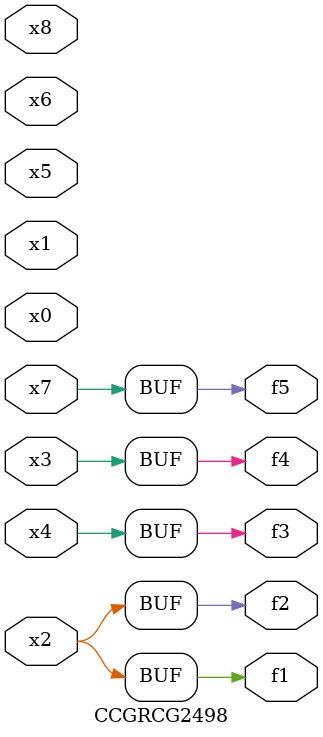
<source format=v>
module CCGRCG2498(
	input x0, x1, x2, x3, x4, x5, x6, x7, x8,
	output f1, f2, f3, f4, f5
);
	assign f1 = x2;
	assign f2 = x2;
	assign f3 = x4;
	assign f4 = x3;
	assign f5 = x7;
endmodule

</source>
